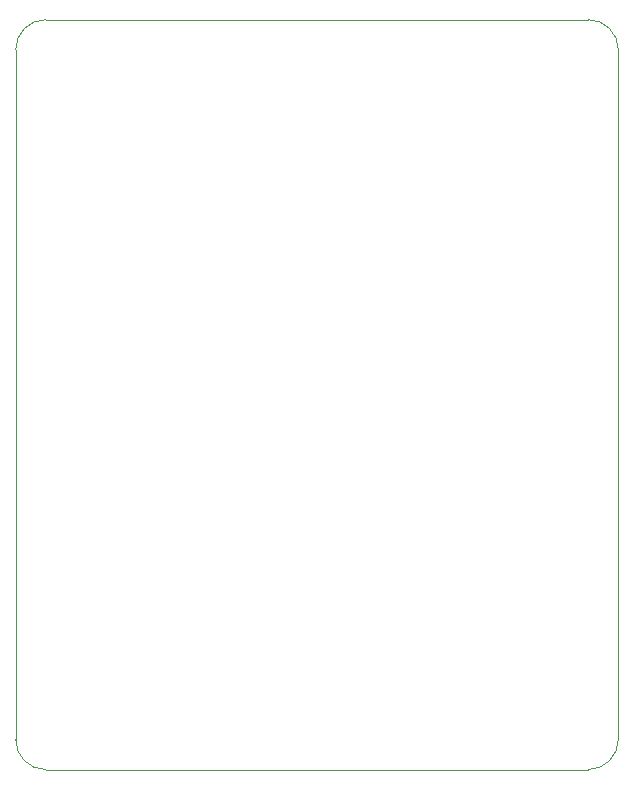
<source format=gbr>
%TF.GenerationSoftware,KiCad,Pcbnew,(6.0.11-0)*%
%TF.CreationDate,2023-02-12T20:14:34-08:00*%
%TF.ProjectId,nabu-ftdi-serial,6e616275-2d66-4746-9469-2d7365726961,1.0*%
%TF.SameCoordinates,Original*%
%TF.FileFunction,Profile,NP*%
%FSLAX46Y46*%
G04 Gerber Fmt 4.6, Leading zero omitted, Abs format (unit mm)*
G04 Created by KiCad (PCBNEW (6.0.11-0)) date 2023-02-12 20:14:34*
%MOMM*%
%LPD*%
G01*
G04 APERTURE LIST*
%TA.AperFunction,Profile*%
%ADD10C,0.100000*%
%TD*%
G04 APERTURE END LIST*
D10*
X124986051Y-115043949D02*
G75*
G03*
X127526051Y-117583949I2539849J-151D01*
G01*
X127526051Y-54083949D02*
X173463949Y-54083949D01*
X173463949Y-117583949D02*
G75*
G03*
X176003949Y-115043949I-49J2540049D01*
G01*
X173463949Y-117583949D02*
X127526051Y-117583949D01*
X127526051Y-54083951D02*
G75*
G03*
X124986051Y-56623949I-51J-2539949D01*
G01*
X124986051Y-115043949D02*
X124986051Y-56623949D01*
X176003851Y-56623949D02*
G75*
G03*
X173463949Y-54083949I-2539951J49D01*
G01*
X176003949Y-56623949D02*
X176003949Y-115043949D01*
M02*

</source>
